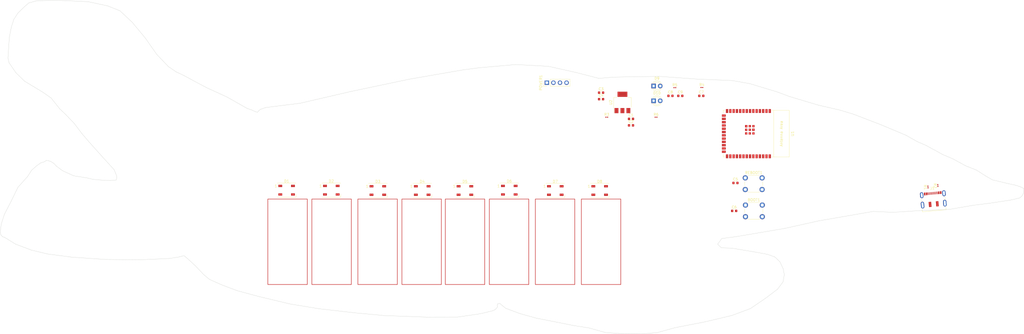
<source format=kicad_pcb>
(kicad_pcb (version 20221018) (generator pcbnew)
  (layers (0 "F.Cu" signal) (31 "B.Cu" signal) (34 "B.Paste" user) (35 "F.Paste" user) (36 "B.SilkS" user "B.Silkscreen") (37 "F.SilkS" user "F.Silkscreen") (38 "B.Mask" user) (39 "F.Mask" user) (44 "Edge.Cuts" user))
  (net 0 "")
  (net 33 "+3V3")
  (net 34 "Net-(D1-DOUT)")
  (net 35 "GND")
  (net 36 "Net-(D2-DOUT)")
  (net 37 "Net-(D3-DOUT)")
  (net 38 "Net-(D4-DOUT)")
  (net 39 "Net-(D5-DOUT)")
  (net 40 "Net-(D6-DOUT)")
  (net 41 "Net-(D7-DOUT)")
  (net 43 "+3.3V")
  (net 44 "USB_D-")
  (net 45 "USB_D+")
  (net 46 "+5V")
  (net 47 "Net-(J1-CC1)")
  (net 49 "Net-(J1-CC2)")
  (net 51 "CHIP_PU")
  (net 52 "GPIO0")
  (net 53 "Net-(D1-DIN)")
  (net 54 "Net-(D9-A)")
  (net 55 "ESP3.3")
  (net 56 "VIN")
  (net 57 "Net-(D10-K)")
  (footprint "LED_SMD:LED_WS2812B_PLCC4_5.0x5.0mm_P3.2mm" (layer "F.Cu") (at 134.71 87.375)
    (fp_text reference "D7" (at 0 -3.5) (layer "F.SilkS"))
    (fp_text value "WS2812B")
    (fp_text user "1" (at -4.15 -1.6) (layer "F.SilkS"))
    (fp_line (start -3.65 -2.75) (end 3.65 -2.75) (stroke (width 0.12)) (layer "F.SilkS"))
    (fp_line (start -3.65 2.75) (end 3.65 2.75) (stroke (width 0.12)) (layer "F.SilkS"))
    (fp_line (start 3.65 2.75) (end 3.65 1.6) (stroke (width 0.12)) (layer "F.SilkS"))
    (pad "1" smd rect (at -2.45 -1.65) (size 1.5 0.9) (layers "F.Cu" "F.Paste" "F.Mask") (net 33 "+3V3"))
    (pad "2" smd rect (at -2.45 1.65) (size 1.5 0.9) (layers "F.Cu" "F.Paste" "F.Mask") (net 41 "Net-(D7-DOUT)"))
    (pad "3" smd rect (at 2.45 1.65) (size 1.5 0.9) (layers "F.Cu" "F.Paste" "F.Mask") (net 35 "GND"))
    (pad "4" smd rect (at 2.45 -1.65) (size 1.5 0.9) (layers "F.Cu" "F.Paste" "F.Mask") (net 40 "Net-(D6-DOUT)"))
  )
  (footprint "Connector_PinHeader_2.54mm:PinHeader_1x04_P2.54mm_Vertical" (layer "F.Cu") (at 131.445 45.72 90)
    (fp_text reference "POWER1" (at 0 -2.33 90) (layer "F.SilkS"))
    (fp_text value "Conn_01x04_Pin")
    (fp_line (start -1.33 -1.33) (end 0 -1.33) (stroke (width 0.12)) (layer "F.SilkS"))
    (fp_line (start -1.33 0) (end -1.33 -1.33) (stroke (width 0.12)) (layer "F.SilkS"))
    (fp_line (start -1.33 1.27) (end -1.33 8.95) (stroke (width 0.12)) (layer "F.SilkS"))
    (fp_line (start -1.33 1.27) (end 1.33 1.27) (stroke (width 0.12)) (layer "F.SilkS"))
    (fp_line (start -1.33 8.95) (end 1.33 8.95) (stroke (width 0.12)) (layer "F.SilkS"))
    (fp_line (start 1.33 1.27) (end 1.33 8.95) (stroke (width 0.12)) (layer "F.SilkS"))
    (pad "1" thru_hole rect (at 0 0 90) (size 1.7 1.7) (drill 1) (layers "*.Cu" "*.Mask") (net 35 "GND"))
    (pad "2" thru_hole oval (at 0 2.54 90) (size 1.7 1.7) (drill 1) (layers "*.Cu" "*.Mask") (net 56 "VIN"))
    (pad "3" thru_hole oval (at 0 5.08 90) (size 1.7 1.7) (drill 1) (layers "*.Cu" "*.Mask") (net 43 "+3.3V"))
    (pad "4" thru_hole oval (at 0 7.62 90) (size 1.7 1.7) (drill 1) (layers "*.Cu" "*.Mask") (net 46 "+5V"))
  )
  (footprint "LED_SMD:LED_WS2812B_PLCC4_5.0x5.0mm_P3.2mm" (layer "F.Cu") (at 83.275 87.375)
    (fp_text reference "D4" (at 0 -3.5) (layer "F.SilkS"))
    (fp_text value "WS2812B")
    (fp_text user "1" (at -4.15 -1.6) (layer "F.SilkS"))
    (fp_line (start -3.65 -2.75) (end 3.65 -2.75) (stroke (width 0.12)) (layer "F.SilkS"))
    (fp_line (start -3.65 2.75) (end 3.65 2.75) (stroke (width 0.12)) (layer "F.SilkS"))
    (fp_line (start 3.65 2.75) (end 3.65 1.6) (stroke (width 0.12)) (layer "F.SilkS"))
    (pad "1" smd rect (at -2.45 -1.65) (size 1.5 0.9) (layers "F.Cu" "F.Paste" "F.Mask") (net 33 "+3V3"))
    (pad "2" smd rect (at -2.45 1.65) (size 1.5 0.9) (layers "F.Cu" "F.Paste" "F.Mask") (net 38 "Net-(D4-DOUT)"))
    (pad "3" smd rect (at 2.45 1.65) (size 1.5 0.9) (layers "F.Cu" "F.Paste" "F.Mask") (net 35 "GND"))
    (pad "4" smd rect (at 2.45 -1.65) (size 1.5 0.9) (layers "F.Cu" "F.Paste" "F.Mask") (net 37 "Net-(D3-DOUT)"))
  )
  (footprint "LED_SMD:LED_WS2812B_PLCC4_5.0x5.0mm_P3.2mm" (layer "F.Cu") (at 116.93 87.25)
    (fp_text reference "D6" (at 0 -3.5) (layer "F.SilkS"))
    (fp_text value "WS2812B")
    (fp_text user "1" (at -4.15 -1.6) (layer "F.SilkS"))
    (fp_line (start -3.65 -2.75) (end 3.65 -2.75) (stroke (width 0.12)) (layer "F.SilkS"))
    (fp_line (start -3.65 2.75) (end 3.65 2.75) (stroke (width 0.12)) (layer "F.SilkS"))
    (fp_line (start 3.65 2.75) (end 3.65 1.6) (stroke (width 0.12)) (layer "F.SilkS"))
    (pad "1" smd rect (at -2.45 -1.65) (size 1.5 0.9) (layers "F.Cu" "F.Paste" "F.Mask") (net 33 "+3V3"))
    (pad "2" smd rect (at -2.45 1.65) (size 1.5 0.9) (layers "F.Cu" "F.Paste" "F.Mask") (net 40 "Net-(D6-DOUT)"))
    (pad "3" smd rect (at 2.45 1.65) (size 1.5 0.9) (layers "F.Cu" "F.Paste" "F.Mask") (net 35 "GND"))
    (pad "4" smd rect (at 2.45 -1.65) (size 1.5 0.9) (layers "F.Cu" "F.Paste" "F.Mask") (net 39 "Net-(D5-DOUT)"))
  )
  (footprint "Resistor_SMD:R_0201_0603Metric" (layer "F.Cu") (at 180.91 47.625)
    (fp_text reference "R5" (at 0 -1.05) (layer "F.SilkS"))
    (fp_text value "0")
    (pad "1" smd roundrect (at -0.32 0) (size 0.46 0.4) (layers "F.Cu" "F.Mask") (net 33 "+3V3"))
    (pad "2" smd roundrect (at 0.32 0) (size 0.46 0.4) (layers "F.Cu" "F.Mask") (net 55 "ESP3.3"))
  )
  (footprint "Resistor_SMD:R_0201_0603Metric" (layer "F.Cu") (at 282.544931 85.433687 95)
    (fp_text reference "R2" (at 0 -1.05 95) (layer "F.SilkS"))
    (fp_text value "5.1K")
    (pad "1" smd roundrect (at -0.32 0 95) (size 0.46 0.4) (layers "F.Cu" "F.Mask") (net 49 "Net-(J1-CC2)"))
    (pad "2" smd roundrect (at 0.32 0 95) (size 0.46 0.4) (layers "F.Cu" "F.Mask") (net 35 "GND"))
  )
  (footprint "Button_Switch_THT:SW_PUSH_6mm" (layer "F.Cu") (at 208.205 93)
    (fp_text reference "BOOT1" (at 3.25 -2) (layer "F.SilkS"))
    (fp_text value "SW_Push")
    (fp_line (start -0.25 1.5) (end -0.25 3) (stroke (width 0.12)) (layer "F.SilkS"))
    (fp_line (start 1 5.5) (end 5.5 5.5) (stroke (width 0.12)) (layer "F.SilkS"))
    (fp_line (start 5.5 -1) (end 1 -1) (stroke (width 0.12)) (layer "F.SilkS"))
    (fp_line (start 6.75 3) (end 6.75 1.5) (stroke (width 0.12)) (layer "F.SilkS"))
    (pad "1" thru_hole circle (at 0 0 90) (size 2 2) (drill 1.1) (layers "*.Cu" "*.Mask") (net 35 "GND"))
    (pad "1" thru_hole circle (at 6.5 0 90) (size 2 2) (drill 1.1) (layers "*.Cu" "*.Mask") (net 35 "GND"))
    (pad "2" thru_hole circle (at 0 4.5 90) (size 2 2) (drill 1.1) (layers "*.Cu" "*.Mask") (net 52 "GPIO0"))
    (pad "2" thru_hole circle (at 6.5 4.5 90) (size 2 2) (drill 1.1) (layers "*.Cu" "*.Mask") (net 52 "GPIO0"))
  )
  (footprint "Capacitor_SMD:C_0603_1608Metric" (layer "F.Cu") (at 204.33 84.455)
    (fp_text reference "C5" (at 0 -1.43) (layer "F.SilkS"))
    (fp_text value "0.1uF")
    (fp_line (start -0.14058 -0.51) (end 0.14058 -0.51) (stroke (width 0.12)) (layer "F.SilkS"))
    (fp_line (start -0.14058 0.51) (end 0.14058 0.51) (stroke (width 0.12)) (layer "F.SilkS"))
    (pad "1" smd roundrect (at -0.775 0) (size 0.9 0.95) (layers "F.Cu" "F.Paste" "F.Mask") (net 35 "GND"))
    (pad "2" smd roundrect (at 0.775 0) (size 0.9 0.95) (layers "F.Cu" "F.Paste" "F.Mask") (net 51 "CHIP_PU"))
  )
  (footprint "Package_TO_SOT_SMD:SOT-223-3_TabPin2" (layer "F.Cu") (at 160.655 53.34 90)
    (fp_text reference "U2" (at 0 -4.5 90) (layer "F.SilkS"))
    (fp_text value "AMS1117-3.3")
    (fp_line (start -4.1 -3.41) (end 1.91 -3.41) (stroke (width 0.12)) (layer "F.SilkS"))
    (fp_line (start -1.85 3.41) (end 1.91 3.41) (stroke (width 0.12)) (layer "F.SilkS"))
    (fp_line (start 1.91 -3.41) (end 1.91 -2.15) (stroke (width 0.12)) (layer "F.SilkS"))
    (fp_line (start 1.91 3.41) (end 1.91 2.15) (stroke (width 0.12)) (layer "F.SilkS"))
    (pad "1" smd rect (at -3.15 -2.3 90) (size 2 1.5) (layers "F.Cu" "F.Paste" "F.Mask") (net 35 "GND"))
    (pad "2" smd rect (at -3.15 0 90) (size 2 1.5) (layers "F.Cu" "F.Paste" "F.Mask") (net 43 "+3.3V"))
    (pad "2" smd rect (at 3.15 0 90) (size 2 3.8) (layers "F.Cu" "F.Paste" "F.Mask") (net 43 "+3.3V"))
    (pad "3" smd rect (at -3.15 2.3 90) (size 2 1.5) (layers "F.Cu" "F.Paste" "F.Mask") (net 56 "VIN"))
  )
  (footprint "Button_Switch_THT:SW_PUSH_6mm" (layer "F.Cu") (at 208.13 82.495)
    (fp_text reference "REBOOT1" (at 3.25 -2) (layer "F.SilkS"))
    (fp_text value "SW_Push")
    (fp_line (start -0.25 1.5) (end -0.25 3) (stroke (width 0.12)) (layer "F.SilkS"))
    (fp_line (start 1 5.5) (end 5.5 5.5) (stroke (width 0.12)) (layer "F.SilkS"))
    (fp_line (start 5.5 -1) (end 1 -1) (stroke (width 0.12)) (layer "F.SilkS"))
    (fp_line (start 6.75 3) (end 6.75 1.5) (stroke (width 0.12)) (layer "F.SilkS"))
    (pad "1" thru_hole circle (at 0 0 90) (size 2 2) (drill 1.1) (layers "*.Cu" "*.Mask") (net 35 "GND"))
    (pad "1" thru_hole circle (at 6.5 0 90) (size 2 2) (drill 1.1) (layers "*.Cu" "*.Mask") (net 35 "GND"))
    (pad "2" thru_hole circle (at 0 4.5 90) (size 2 2) (drill 1.1) (layers "*.Cu" "*.Mask") (net 51 "CHIP_PU"))
    (pad "2" thru_hole circle (at 6.5 4.5 90) (size 2 2) (drill 1.1) (layers "*.Cu" "*.Mask") (net 51 "CHIP_PU"))
  )
  (footprint "LED_SMD:LED_WS2812B_PLCC4_5.0x5.0mm_P3.2mm" (layer "F.Cu") (at 30.877 87.25)
    (fp_text reference "D1" (at 0 -3.5) (layer "F.SilkS"))
    (fp_text value "WS2812B")
    (fp_text user "1" (at -4.15 -1.6) (layer "F.SilkS"))
    (fp_line (start -3.65 -2.75) (end 3.65 -2.75) (stroke (width 0.12)) (layer "F.SilkS"))
    (fp_line (start -3.65 2.75) (end 3.65 2.75) (stroke (width 0.12)) (layer "F.SilkS"))
    (fp_line (start 3.65 2.75) (end 3.65 1.6) (stroke (width 0.12)) (layer "F.SilkS"))
    (pad "1" smd rect (at -2.45 -1.65) (size 1.5 0.9) (layers "F.Cu" "F.Paste" "F.Mask") (net 33 "+3V3"))
    (pad "2" smd rect (at -2.45 1.65) (size 1.5 0.9) (layers "F.Cu" "F.Paste" "F.Mask") (net 34 "Net-(D1-DOUT)"))
    (pad "3" smd rect (at 2.45 1.65) (size 1.5 0.9) (layers "F.Cu" "F.Paste" "F.Mask") (net 35 "GND"))
    (pad "4" smd rect (at 2.45 -1.65) (size 1.5 0.9) (layers "F.Cu" "F.Paste" "F.Mask") (net 53 "Net-(D1-DIN)"))
  )
  (footprint "LED_SMD:LED_WS2812B_PLCC4_5.0x5.0mm_P3.2mm" (layer "F.Cu") (at 48.149 87.25)
    (fp_text reference "D2" (at 0 -3.5) (layer "F.SilkS"))
    (fp_text value "WS2812B")
    (fp_text user "1" (at -4.15 -1.6) (layer "F.SilkS"))
    (fp_line (start -3.65 -2.75) (end 3.65 -2.75) (stroke (width 0.12)) (layer "F.SilkS"))
    (fp_line (start -3.65 2.75) (end 3.65 2.75) (stroke (width 0.12)) (layer "F.SilkS"))
    (fp_line (start 3.65 2.75) (end 3.65 1.6) (stroke (width 0.12)) (layer "F.SilkS"))
    (pad "1" smd rect (at -2.45 -1.65) (size 1.5 0.9) (layers "F.Cu" "F.Paste" "F.Mask") (net 33 "+3V3"))
    (pad "2" smd rect (at -2.45 1.65) (size 1.5 0.9) (layers "F.Cu" "F.Paste" "F.Mask") (net 36 "Net-(D2-DOUT)"))
    (pad "3" smd rect (at 2.45 1.65) (size 1.5 0.9) (layers "F.Cu" "F.Paste" "F.Mask") (net 35 "GND"))
    (pad "4" smd rect (at 2.45 -1.65) (size 1.5 0.9) (layers "F.Cu" "F.Paste" "F.Mask") (net 34 "Net-(D1-DOUT)"))
  )
  (footprint "Capacitor_SMD:C_0603_1608Metric" (layer "F.Cu") (at 179.21 50.8)
    (fp_text reference "C8" (at 0 -1.43) (layer "F.SilkS"))
    (fp_text value "10uF")
    (fp_line (start -0.14058 -0.51) (end 0.14058 -0.51) (stroke (width 0.12)) (layer "F.SilkS"))
    (fp_line (start -0.14058 0.51) (end 0.14058 0.51) (stroke (width 0.12)) (layer "F.SilkS"))
    (pad "1" smd roundrect (at -0.775 0) (size 0.9 0.95) (layers "F.Cu" "F.Paste" "F.Mask") (net 33 "+3V3"))
    (pad "2" smd roundrect (at 0.775 0) (size 0.9 0.95) (layers "F.Cu" "F.Paste" "F.Mask") (net 35 "GND"))
  )
  (footprint "LED_SMD:LED_WS2812B_PLCC4_5.0x5.0mm_P3.2mm" (layer "F.Cu") (at 99.785 87.375)
    (fp_text reference "D5" (at 0 -3.5) (layer "F.SilkS"))
    (fp_text value "WS2812B")
    (fp_text user "1" (at -4.15 -1.6) (layer "F.SilkS"))
    (fp_line (start -3.65 -2.75) (end 3.65 -2.75) (stroke (width 0.12)) (layer "F.SilkS"))
    (fp_line (start -3.65 2.75) (end 3.65 2.75) (stroke (width 0.12)) (layer "F.SilkS"))
    (fp_line (start 3.65 2.75) (end 3.65 1.6) (stroke (width 0.12)) (layer "F.SilkS"))
    (pad "1" smd rect (at -2.45 -1.65) (size 1.5 0.9) (layers "F.Cu" "F.Paste" "F.Mask") (net 33 "+3V3"))
    (pad "2" smd rect (at -2.45 1.65) (size 1.5 0.9) (layers "F.Cu" "F.Paste" "F.Mask") (net 39 "Net-(D5-DOUT)"))
    (pad "3" smd rect (at 2.45 1.65) (size 1.5 0.9) (layers "F.Cu" "F.Paste" "F.Mask") (net 35 "GND"))
    (pad "4" smd rect (at 2.45 -1.65) (size 1.5 0.9) (layers "F.Cu" "F.Paste" "F.Mask") (net 38 "Net-(D4-DOUT)"))
  )
  (footprint "Resistor_SMD:R_0201_0603Metric" (layer "F.Cu") (at 278.734931 86.016313 95)
    (fp_text reference "R1" (at 0 -1.05 95) (layer "F.SilkS"))
    (fp_text value "5.1K")
    (pad "1" smd roundrect (at -0.32 0 95) (size 0.46 0.4) (layers "F.Cu" "F.Mask") (net 47 "Net-(J1-CC1)"))
    (pad "2" smd roundrect (at 0.32 0 95) (size 0.46 0.4) (layers "F.Cu" "F.Mask") (net 35 "GND"))
  )
  (footprint "Capacitor_SMD:C_0603_1608Metric" (layer "F.Cu") (at 152.4 52.07)
    (fp_text reference "C4" (at 0 -1.43) (layer "F.SilkS"))
    (fp_text value "0.1uF")
    (fp_line (start -0.14058 -0.51) (end 0.14058 -0.51) (stroke (width 0.12)) (layer "F.SilkS"))
    (fp_line (start -0.14058 0.51) (end 0.14058 0.51) (stroke (width 0.12)) (layer "F.SilkS"))
    (pad "1" smd roundrect (at -0.775 0) (size 0.9 0.95) (layers "F.Cu" "F.Paste" "F.Mask") (net 43 "+3.3V"))
    (pad "2" smd roundrect (at 0.775 0) (size 0.9 0.95) (layers "F.Cu" "F.Paste" "F.Mask") (net 35 "GND"))
  )
  (footprint "Resistor_SMD:R_0201_0603Metric" (layer "F.Cu") (at 154.595 59.055)
    (fp_text reference "R3" (at 0 -1.05) (layer "F.SilkS"))
    (fp_text value "5.1K")
    (pad "1" smd roundrect (at -0.32 0) (size 0.46 0.4) (layers "F.Cu" "F.Mask") (net 43 "+3.3V"))
    (pad "2" smd roundrect (at 0.32 0) (size 0.46 0.4) (layers "F.Cu" "F.Mask") (net 54 "Net-(D9-A)"))
  )
  (footprint "LED_THT:LED_D3.0mm" (layer "F.Cu") (at 172.715 46.99)
    (fp_text reference "D9" (at 1.27 -2.96) (layer "F.SilkS"))
    (fp_text value "LED")
    (fp_line (start -0.29 -1.236) (end -0.29 -1.08) (stroke (width 0.12)) (layer "F.SilkS"))
    (fp_line (start -0.29 1.08) (end -0.29 1.236) (stroke (width 0.12)) (layer "F.SilkS"))
    (fp_arc (start -0.29 -1.235516) (mid 1.366487 -1.987659) (end 2.942335 -1.078608) (stroke (width 0.12)) (layer "F.SilkS"))
    (fp_arc (start 0.229039 -1.08) (mid 1.270117 -1.5) (end 2.31113 -1.079837) (stroke (width 0.12)) (layer "F.SilkS"))
    (fp_arc (start 2.31113 1.079837) (mid 1.270117 1.5) (end 0.229039 1.08) (stroke (width 0.12)) (layer "F.SilkS"))
    (fp_arc (start 2.942335 1.078608) (mid 1.366487 1.987659) (end -0.29 1.235516) (stroke (width 0.12)) (layer "F.SilkS"))
    (pad "1" thru_hole rect (at 0 0) (size 1.8 1.8) (drill 0.9) (layers "*.Cu" "*.Mask") (net 35 "GND"))
    (pad "2" thru_hole circle (at 2.54 0) (size 1.8 1.8) (drill 0.9) (layers "*.Cu" "*.Mask") (net 54 "Net-(D9-A)"))
  )
  (footprint "Resistor_SMD:R_0201_0603Metric" (layer "F.Cu") (at 191.35 47.565)
    (fp_text reference "R4" (at 0 -1.05) (layer "F.SilkS"))
    (fp_text value "5.1K")
    (pad "1" smd roundrect (at -0.32 0) (size 0.46 0.4) (layers "F.Cu" "F.Mask") (net 51 "CHIP_PU"))
    (pad "2" smd roundrect (at 0.32 0) (size 0.46 0.4) (layers "F.Cu" "F.Mask") (net 55 "ESP3.3"))
  )
  (footprint "PCM_Espressif:ESP32-S3-WROOM-1" (layer "F.Cu") (at 209.34 65.405 -90)
    (fp_text reference "U1" (at 0 -17.05 90) (layer "F.SilkS"))
    (fp_text value "ESP32-S3-WROOM-1")
    (fp_text user "Antenna Area" (at 0 -12.75 90) (layer "F.SilkS"))
    (fp_line (start -9 -15.75) (end -9 -9) (stroke (width 0.12)) (layer "F.SilkS"))
    (fp_line (start -9 -15.75) (end 9 -15.75) (stroke (width 0.12)) (layer "F.SilkS"))
    (fp_line (start -9 9) (end -9 9.75) (stroke (width 0.12)) (layer "F.SilkS"))
    (fp_line (start -9 9.75) (end -8 9.75) (stroke (width 0.12)) (layer "F.SilkS"))
    (fp_line (start 9 -15.75) (end 9 -9) (stroke (width 0.12)) (layer "F.SilkS"))
    (fp_line (start 9 -9.81) (end -9 -9.81) (stroke (width 0.12)) (layer "F.SilkS"))
    (fp_line (start 9 9) (end 9 9.75) (stroke (width 0.12)) (layer "F.SilkS"))
    (fp_line (start 9 9.75) (end 8 9.75) (stroke (width 0.12)) (layer "F.SilkS"))
    (pad "1" smd rect (at -8.75 -8.26 270) (size 1.5 0.9) (layers "F.Cu" "F.Paste" "F.Mask") (net 35 "GND"))
    (pad "2" smd rect (at -8.75 -6.99 270) (size 1.5 0.9) (layers "F.Cu" "F.Paste" "F.Mask") (net 55 "ESP3.3"))
    (pad "3" smd rect (at -8.75 -5.72 270) (size 1.5 0.9) (layers "F.Cu" "F.Paste" "F.Mask") (net 51 "CHIP_PU"))
    (pad "4" smd rect (at -8.75 -4.45 270) (size 1.5 0.9) (layers "F.Cu" "F.Paste" "F.Mask"))
    (pad "5" smd rect (at -8.75 -3.18 270) (size 1.5 0.9) (layers "F.Cu" "F.Paste" "F.Mask"))
    (pad "6" smd rect (at -8.75 -1.91 270) (size 1.5 0.9) (layers "F.Cu" "F.Paste" "F.Mask"))
    (pad "7" smd rect (at -8.75 -0.64 270) (size 1.5 0.9) (layers "F.Cu" "F.Paste" "F.Mask"))
    (pad "8" smd rect (at -8.75 0.63 270) (size 1.5 0.9) (layers "F.Cu" "F.Paste" "F.Mask"))
    (pad "9" smd rect (at -8.75 1.9 270) (size 1.5 0.9) (layers "F.Cu" "F.Paste" "F.Mask"))
    (pad "10" smd rect (at -8.75 3.17 270) (size 1.5 0.9) (layers "F.Cu" "F.Paste" "F.Mask"))
    (pad "11" smd rect (at -8.75 4.44 270) (size 1.5 0.9) (layers "F.Cu" "F.Paste" "F.Mask"))
    (pad "12" smd rect (at -8.75 5.71 270) (size 1.5 0.9) (layers "F.Cu" "F.Paste" "F.Mask"))
    (pad "13" smd rect (at -8.75 6.98 270) (size 1.5 0.9) (layers "F.Cu" "F.Paste" "F.Mask") (net 44 "USB_D-"))
    (pad "14" smd rect (at -8.75 8.25 270) (size 1.5 0.9) (layers "F.Cu" "F.Paste" "F.Mask") (net 45 "USB_D+"))
    (pad "15" smd rect (at -6.985 9.5) (size 1.5 0.9) (layers "F.Cu" "F.Paste" "F.Mask"))
    (pad "16" smd rect (at -5.715 9.5) (size 1.5 0.9) (layers "F.Cu" "F.Paste" "F.Mask"))
    (pad "17" smd rect (at -4.445 9.5) (size 1.5 0.9) (layers "F.Cu" "F.Paste" "F.Mask"))
    (pad "18" smd rect (at -3.175 9.5) (size 1.5 0.9) (layers "F.Cu" "F.Paste" "F.Mask"))
    (pad "19" smd rect (at -1.905 9.5) (size 1.5 0.9) (layers "F.Cu" "F.Paste" "F.Mask"))
    (pad "20" smd rect (at -0.635 9.5) (size 1.5 0.9) (layers "F.Cu" "F.Paste" "F.Mask"))
    (pad "21" smd rect (at 0.635 9.5) (size 1.5 0.9) (layers "F.Cu" "F.Paste" "F.Mask"))
    (pad "22" smd rect (at 1.905 9.5) (size 1.5 0.9) (layers "F.Cu" "F.Paste" "F.Mask"))
    (pad "23" smd rect (at 3.175 9.5) (size 1.5 0.9) (layers "F.Cu" "F.Paste" "F.Mask"))
    (pad "24" smd rect (at 4.445 9.5) (size 1.5 0.9) (layers "F.Cu" "F.Paste" "F.Mask"))
    (pad "25" smd rect (at 5.715 9.5) (size 1.5 0.9) (layers "F.Cu" "F.Paste" "F.Mask"))
    (pad "26" smd rect (at 6.985 9.5) (size 1.5 0.9) (layers "F.Cu" "F.Paste" "F.Mask"))
    (pad "27" smd rect (at 8.75 8.25 90) (size 1.5 0.9) (layers "F.Cu" "F.Paste" "F.Mask") (net 52 "GPIO0"))
    (pad "28" smd rect (at 8.75 6.98 90) (size 1.5 0.9) (layers "F.Cu" "F.Paste" "F.Mask"))
    (pad "29" smd rect (at 8.75 5.71 90) (size 1.5 0.9) (layers "F.Cu" "F.Paste" "F.Mask"))
    (pad "30" smd rect (at 8.75 4.44 90) (size 1.5 0.9) (layers "F.Cu" "F.Paste" "F.Mask"))
    (pad "31" smd rect (at 8.75 3.17 90) (size 1.5 0.9) (layers "F.Cu" "F.Paste" "F.Mask"))
    (pad "32" smd rect (at 8.75 1.9 90) (size 1.5 0.9) (layers "F.Cu" "F.Paste" "F.Mask"))
    (pad "33" smd rect (at 8.75 0.63 90) (size 1.5 0.9) (layers "F.Cu" "F.Paste" "F.Mask"))
    (pad "34" smd rect (at 8.75 -0.64 90) (size 1.5 0.9) (layers "F.Cu" "F.Paste" "F.Mask"))
    (pad "35" smd rect (at 8.75 -1.91 90) (size 1.5 0.9) (layers "F.Cu" "F.Paste" "F.Mask"))
    (pad "36" smd rect (at 8.75 -3.18 90) (size 1.5 0.9) (layers "F.Cu" "F.Paste" "F.Mask"))
    (pad "37" smd rect (at 8.75 -4.45 90) (size 1.5 0.9) (layers "F.Cu" "F.Paste" "F.Mask"))
    (pad "38" smd rect (at 8.75 -5.72 90) (size 1.5 0.9) (layers "F.Cu" "F.Paste" "F.Mask"))
    (pad "39" smd rect (at 8.75 -6.99 90) (size 1.5 0.9) (layers "F.Cu" "F.Paste" "F.Mask") (net 53 "Net-(D1-DIN)"))
    (pad "40" smd rect (at 8.75 -8.26 90) (size 1.5 0.9) (layers "F.Cu" "F.Paste" "F.Mask") (net 35 "GND"))
    (pad "41" smd rect (at -2.9 -1.94 90) (size 0.9 0.9) (layers "F.Cu" "F.Paste" "F.Mask") (net 35 "GND"))
    (pad "41" smd rect (at -2.9 -0.54 90) (size 0.9 0.9) (layers "F.Cu" "F.Paste" "F.Mask") (net 35 "GND"))
    (pad "41" smd rect (at -2.9 0.86 90) (size 0.9 0.9) (layers "F.Cu" "F.Paste" "F.Mask") (net 35 "GND"))
    (pad "41" smd rect (at -2.9 0.86 90) (size 0.9 0.9) (layers "F.Cu" "F.Paste" "F.Mask") (net 35 "GND"))
    (pad "41" smd rect (at -1.5 -1.94 90) (size 0.9 0.9) (layers "F.Cu" "F.Paste" "F.Mask") (net 35 "GND"))
    (pad "41" smd rect (at -1.5 -1.94 90) (size 0.9 0.9) (layers "F.Cu" "F.Paste" "F.Mask") (net 35 "GND"))
    (pad "41" smd rect (at -1.5 -0.54 90) (size 0.9 0.9) (layers "F.Cu" "F.Paste" "F.Mask") (net 35 "GND"))
    (pad "41" smd rect (at -1.5 0.86 90) (size 0.9 0.9) (layers "F.Cu" "F.Paste" "F.Mask") (net 35 "GND"))
    (pad "41" smd rect (at -0.1 -1.94 90) (size 0.9 0.9) (layers "F.Cu" "F.Paste" "F.Mask") (net 35 "GND"))
    (pad "41" smd rect (at -0.1 -0.54 90) (size 0.9 0.9) (layers "F.Cu" "F.Paste" "F.Mask") (net 35 "GND"))
    (pad "41" smd rect (at -0.1 0.86 90) (size 0.9 0.9) (layers "F.Cu" "F.Paste" "F.Mask") (net 35 "GND"))
  )
  (footprint "LED_SMD:LED_WS2812B_PLCC4_5.0x5.0mm_P3.2mm" (layer "F.Cu") (at 151.855 87.375)
    (fp_text reference "D8" (at 0 -3.5) (layer "F.SilkS"))
    (fp_text value "WS2812B")
    (fp_text user "1" (at -4.15 -1.6) (layer "F.SilkS"))
    (fp_line (start -3.65 -2.75) (end 3.65 -2.75) (stroke (width 0.12)) (layer "F.SilkS"))
    (fp_line (start -3.65 2.75) (end 3.65 2.75) (stroke (width 0.12)) (layer "F.SilkS"))
    (fp_line (start 3.65 2.75) (end 3.65 1.6) (stroke (width 0.12)) (layer "F.SilkS"))
    (pad "1" smd rect (at -2.45 -1.65) (size 1.5 0.9) (layers "F.Cu" "F.Paste" "F.Mask") (net 33 "+3V3"))
    (pad "2" smd rect (at -2.45 1.65) (size 1.5 0.9) (layers "F.Cu" "F.Paste" "F.Mask"))
    (pad "3" smd rect (at 2.45 1.65) (size 1.5 0.9) (layers "F.Cu" "F.Paste" "F.Mask") (net 35 "GND"))
    (pad "4" smd rect (at 2.45 -1.65) (size 1.5 0.9) (layers "F.Cu" "F.Paste" "F.Mask") (net 41 "Net-(D7-DOUT)"))
  )
  (footprint "Capacitor_SMD:C_0603_1608Metric" (layer "F.Cu") (at 183.02 50.8)
    (fp_text reference "C9" (at 0 -1.43) (layer "F.SilkS"))
    (fp_text value "0.1uF")
    (fp_line (start -0.14058 -0.51) (end 0.14058 -0.51) (stroke (width 0.12)) (layer "F.SilkS"))
    (fp_line (start -0.14058 0.51) (end 0.14058 0.51) (stroke (width 0.12)) (layer "F.SilkS"))
    (pad "1" smd roundrect (at -0.775 0) (size 0.9 0.95) (layers "F.Cu" "F.Paste" "F.Mask") (net 33 "+3V3"))
    (pad "2" smd roundrect (at 0.775 0) (size 0.9 0.95) (layers "F.Cu" "F.Paste" "F.Mask") (net 35 "GND"))
  )
  (footprint "Capacitor_SMD:C_0603_1608Metric" (layer "F.Cu") (at 152.4 49.56)
    (fp_text reference "C3" (at 0 -1.43) (layer "F.SilkS"))
    (fp_text value "10uF")
    (fp_line (start -0.14058 -0.51) (end 0.14058 -0.51) (stroke (width 0.12)) (layer "F.SilkS"))
    (fp_line (start -0.14058 0.51) (end 0.14058 0.51) (stroke (width 0.12)) (layer "F.SilkS"))
    (pad "1" smd roundrect (at -0.775 0) (size 0.9 0.95) (layers "F.Cu" "F.Paste" "F.Mask") (net 43 "+3.3V"))
    (pad "2" smd roundrect (at 0.775 0) (size 0.9 0.95) (layers "F.Cu" "F.Paste" "F.Mask") (net 35 "GND"))
  )
  (footprint "LED_SMD:LED_WS2812B_PLCC4_5.0x5.0mm_P3.2mm" (layer "F.Cu") (at 66.13 87.375)
    (fp_text reference "D3" (at 0 -3.5) (layer "F.SilkS"))
    (fp_text value "WS2812B")
    (fp_text user "1" (at -4.15 -1.6) (layer "F.SilkS"))
    (fp_line (start -3.65 -2.75) (end 3.65 -2.75) (stroke (width 0.12)) (layer "F.SilkS"))
    (fp_line (start -3.65 2.75) (end 3.65 2.75) (stroke (width 0.12)) (layer "F.SilkS"))
    (fp_line (start 3.65 2.75) (end 3.65 1.6) (stroke (width 0.12)) (layer "F.SilkS"))
    (pad "1" smd rect (at -2.45 -1.65) (size 1.5 0.9) (layers "F.Cu" "F.Paste" "F.Mask") (net 33 "+3V3"))
    (pad "2" smd rect (at -2.45 1.65) (size 1.5 0.9) (layers "F.Cu" "F.Paste" "F.Mask") (net 37 "Net-(D3-DOUT)"))
    (pad "3" smd rect (at 2.45 1.65) (size 1.5 0.9) (layers "F.Cu" "F.Paste" "F.Mask") (net 35 "GND"))
    (pad "4" smd rect (at 2.45 -1.65) (size 1.5 0.9) (layers "F.Cu" "F.Paste" "F.Mask") (net 36 "Net-(D2-DOUT)"))
  )
  (footprint "Capacitor_SMD:C_0603_1608Metric" (layer "F.Cu") (at 163.97 59.69)
    (fp_text reference "C1" (at 0 -1.43) (layer "F.SilkS"))
    (fp_text value "10uF")
    (fp_line (start -0.14058 -0.51) (end 0.14058 -0.51) (stroke (width 0.12)) (layer "F.SilkS"))
    (fp_line (start -0.14058 0.51) (end 0.14058 0.51) (stroke (width 0.12)) (layer "F.SilkS"))
    (pad "1" smd roundrect (at -0.775 0) (size 0.9 0.95) (layers "F.Cu" "F.Paste" "F.Mask") (net 56 "VIN"))
    (pad "2" smd roundrect (at 0.775 0) (size 0.9 0.95) (layers "F.Cu" "F.Paste" "F.Mask") (net 35 "GND"))
  )
  (footprint "Capacitor_SMD:C_0603_1608Metric" (layer "F.Cu") (at 203.835 95.25)
    (fp_text reference "C6" (at 0 -1.43) (layer "F.SilkS"))
    (fp_text value "0.1uF")
    (fp_line (start -0.14058 -0.51) (end 0.14058 -0.51) (stroke (width 0.12)) (layer "F.SilkS"))
    (fp_line (start -0.14058 0.51) (end 0.14058 0.51) (stroke (width 0.12)) (layer "F.SilkS"))
    (pad "1" smd roundrect (at -0.775 0) (size 0.9 0.95) (layers "F.Cu" "F.Paste" "F.Mask") (net 35 "GND"))
    (pad "2" smd roundrect (at 0.775 0) (size 0.9 0.95) (layers "F.Cu" "F.Paste" "F.Mask") (net 52 "GPIO0"))
  )
  (footprint "Capacitor_SMD:C_0603_1608Metric" (layer "F.Cu") (at 191.135 50.8)
    (fp_text reference "C7" (at 0 -1.43) (layer "F.SilkS"))
    (fp_text value "1uF")
    (fp_line (start -0.14058 -0.51) (end 0.14058 -0.51) (stroke (width 0.12)) (layer "F.SilkS"))
    (fp_line (start -0.14058 0.51) (end 0.14058 0.51) (stroke (width 0.12)) (layer "F.SilkS"))
    (pad "1" smd roundrect (at -0.775 0) (size 0.9 0.95) (layers "F.Cu" "F.Paste" "F.Mask") (net 51 "CHIP_PU"))
    (pad "2" smd roundrect (at 0.775 0) (size 0.9 0.95) (layers "F.Cu" "F.Paste" "F.Mask") (net 35 "GND"))
  )
  (footprint "LED_THT:LED_D3.0mm" (layer "F.Cu") (at 172.715 52.705)
    (fp_text reference "D10" (at 1.27 -2.96) (layer "F.SilkS"))
    (fp_text value "LED")
    (fp_line (start -0.29 -1.236) (end -0.29 -1.08) (stroke (width 0.12)) (layer "F.SilkS"))
    (fp_line (start -0.29 1.08) (end -0.29 1.236) (stroke (width 0.12)) (layer "F.SilkS"))
    (fp_arc (start -0.29 -1.235516) (mid 1.366487 -1.987659) (end 2.942335 -1.078608) (stroke (width 0.12)) (layer "F.SilkS"))
    (fp_arc (start 0.229039 -1.08) (mid 1.270117 -1.5) (end 2.31113 -1.079837) (stroke (width 0.12)) (layer "F.SilkS"))
    (fp_arc (start 2.31113 1.079837) (mid 1.270117 1.5) (end 0.229039 1.08) (stroke (width 0.12)) (layer "F.SilkS"))
    (fp_arc (start 2.942335 1.078608) (mid 1.366487 1.987659) (end -0.29 1.235516) (stroke (width 0.12)) (layer "F.SilkS"))
    (pad "1" thru_hole rect (at 0 0) (size 1.8 1.8) (drill 0.9) (layers "*.Cu" "*.Mask") (net 57 "Net-(D10-K)"))
    (pad "2" thru_hole circle (at 2.54 0) (size 1.8 1.8) (drill 0.9) (layers "*.Cu" "*.Mask") (net 46 "+5V"))
  )
  (footprint "Capacitor_SMD:C_0603_1608Metric" (layer "F.Cu") (at 163.97 62.2)
    (fp_text reference "C2" (at 0 -1.43) (layer "F.SilkS"))
    (fp_text value "0.1uF")
    (fp_line (start -0.14058 -0.51) (end 0.14058 -0.51) (stroke (width 0.12)) (layer "F.SilkS"))
    (fp_line (start -0.14058 0.51) (end 0.14058 0.51) (stroke (width 0.12)) (layer "F.SilkS"))
    (pad "1" smd roundrect (at -0.775 0) (size 0.9 0.95) (layers "F.Cu" "F.Paste" "F.Mask") (net 56 "VIN"))
    (pad "2" smd roundrect (at 0.775 0) (size 0.9 0.95) (layers "F.Cu" "F.Paste" "F.Mask") (net 35 "GND"))
  )
  (footprint "Connector_USB:USB_C_Receptacle_JAE_DX07S016JA1R1500" (layer "F.Cu") (at 280.845 91.485 5)
    (fp_text reference "J1" (at 0 -5 5) (layer "F.SilkS"))
    (fp_text value "USB_C_Receptacle_USB2.0")
    (fp_line (start -4.58 -1.215) (end -4.58 -0.36) (stroke (width 0.12)) (layer "F.SilkS"))
    (fp_line (start -4.58 2.76) (end -4.58 3.71) (stroke (width 0.12)) (layer "F.SilkS"))
    (fp_line (start -4.58 3.71) (end 4.58 3.71) (stroke (width 0.12)) (layer "F.SilkS"))
    (fp_line (start 4.58 -1.215) (end 4.58 -0.36) (stroke (width 0.12)) (layer "F.SilkS"))
    (fp_line (start 4.58 2.76) (end 4.58 3.71) (stroke (width 0.12)) (layer "F.SilkS"))
    (pad "" np_thru_hole circle (at -3 -1.95 5) (size 0.6 0.6) (drill 0.6) (layers "F&B.Cu" "*.Mask"))
    (pad "" smd rect (at -1.4 1.15 5) (size 1 2) (layers "F.Cu" "F.Paste" "F.Mask"))
    (pad "" smd rect (at 1.4 1.15 5) (size 1 2) (layers "F.Cu" "F.Paste" "F.Mask"))
    (pad "" np_thru_hole oval (at 3 -1.95 5) (size 0.85 0.6) (drill oval 0.85 0.6) (layers "F&B.Cu" "*.Mask"))
    (pad "A1" smd rect (at -3.1 -3.05 5) (size 0.52 1) (layers "F.Cu" "F.Paste" "F.Mask") (net 35 "GND"))
    (pad "A4" smd rect (at -2.35 -3.05 5) (size 0.52 1) (layers "F.Cu" "F.Paste" "F.Mask") (net 46 "+5V"))
    (pad "A5" smd rect (at -1.75 -3.05 5) (size 0.27 1) (layers "F.Cu" "F.Paste" "F.Mask") (net 47 "Net-(J1-CC1)"))
    (pad "A6" smd rect (at -0.25 -3.05 5) (size 0.27 1) (layers "F.Cu" "F.Paste" "F.Mask") (net 45 "USB_D+"))
    (pad "A7" smd rect (at 0.75 -3.05 5) (size 0.27 1) (layers "F.Cu" "F.Paste" "F.Mask") (net 44 "USB_D-"))
    (pad "A8" smd rect (at 1.75 -3.05 5) (size 0.27 1) (layers "F.Cu" "F.Paste" "F.Mask"))
    (pad "A9" smd rect (at 2.35 -3.05 5) (size 0.52 1) (layers "F.Cu" "F.Paste" "F.Mask") (net 46 "+5V"))
    (pad "A12" smd rect (at 3.1 -3.05 5) (size 0.52 1) (layers "F.Cu" "F.Paste" "F.Mask") (net 35 "GND"))
    (pad "B1" smd rect (at 3.1 -3.05 5) (size 0.52 1) (layers "F.Cu" "F.Paste" "F.Mask") (net 35 "GND"))
    (pad "B4" smd rect (at 2.35 -3.05 5) (size 0.52 1) (layers "F.Cu" "F.Paste" "F.Mask") (net 46 "+5V"))
    (pad "B5" smd rect (at 1.25 -3.05 5) (size 0.27 1) (layers "F.Cu" "F.Paste" "F.Mask") (net 49 "Net-(J1-CC2)"))
    (pad "B6" smd rect (at 0.25 -3.05 5) (size 0.27 1) (layers "F.Cu" "F.Paste" "F.Mask") (net 45 "USB_D+"))
    (pad "B7" smd rect (at -0.75 -3.05 5) (size 0.27 1) (layers "F.Cu" "F.Paste" "F.Mask") (net 44 "USB_D-"))
    (pad "B8" smd rect (at -1.25 -3.05 5) (size 0.27 1) (layers "F.Cu" "F.Paste" "F.Mask"))
    (pad "B9" smd rect (at -2.35 -3.05 5) (size 0.52 1) (layers "F.Cu" "F.Paste" "F.Mask") (net 46 "+5V"))
    (pad "B12" smd rect (at -3.1 -3.05 5) (size 0.52 1) (layers "F.Cu" "F.Paste" "F.Mask") (net 35 "GND"))
    (pad "S1" thru_hole oval (at -4.32 -2.675 5) (size 1.3 2.3) (drill oval 0.6 1.6) (layers "*.Cu" "*.Mask") (net 35 "GND"))
    (pad "S1" thru_hole oval (at -4.32 1.15 5) (size 1.3 2.6) (drill oval 0.6 1.9) (layers "*.Cu" "*.Mask") (net 35 "GND"))
    (pad "S1" thru_hole oval (at 4.32 -2.675 5) (size 1.3 2.3) (drill oval 0.6 1.6) (layers "*.Cu" "*.Mask") (net 35 "GND"))
    (pad "S1" thru_hole oval (at 4.32 1.15 5) (size 1.3 2.6) (drill oval 0.6 1.9) (layers "*.Cu" "*.Mask") (net 35 "GND"))
  )
  (footprint "Resistor_SMD:R_0201_0603Metric" (layer "F.Cu") (at 173.645 59.055)
    (fp_text reference "R6" (at 0 -1.05) (layer "F.SilkS"))
    (fp_text value "1k")
    (pad "1" smd roundrect (at -0.32 0) (size 0.46 0.4) (layers "F.Cu" "F.Mask") (net 56 "VIN"))
    (pad "2" smd roundrect (at 0.32 0) (size 0.46 0.4) (layers "F.Cu" "F.Mask") (net 57 "Net-(D10-K)"))
  )
  (gr_poly (pts (xy 144.779999 90.678) (xy 160.02 90.678) (xy 160.019998 123.698001) (xy 144.779999 123.698)) (stroke (width 0.2)) (fill none) (layer "F.Cu"))
  (gr_poly (pts (xy 40.64 90.678) (xy 55.88 90.678) (xy 55.88 123.698) (xy 40.640001 123.698)) (stroke (width 0.2)) (fill none) (layer "F.Cu"))
  (gr_poly (pts (xy 92.202 90.678) (xy 107.442001 90.678) (xy 107.442 123.698) (xy 92.202 123.697999)) (stroke (width 0.2)) (fill none) (layer "F.Cu"))
  (gr_poly (pts (xy 109.220001 90.678) (xy 124.46 90.677999) (xy 124.46 123.698) (xy 109.22 123.698)) (stroke (width 0.2)) (fill none) (layer "F.Cu"))
  (gr_poly (pts (xy 58.419999 90.678) (xy 73.66 90.678) (xy 73.660001 123.698) (xy 58.42 123.698)) (stroke (width 0.2)) (fill none) (layer "F.Cu"))
  (gr_poly (pts (xy 23.622 90.678) (xy 38.862 90.678) (xy 38.862 123.698) (xy 23.622 123.698)) (stroke (width 0.2)) (fill none) (layer "F.Cu"))
  (gr_poly (pts (xy 75.438 90.678) (xy 90.678001 90.678) (xy 90.678 123.698) (xy 75.438 123.698)) (stroke (width 0.2)) (fill none) (layer "F.Cu"))
  (gr_poly (pts (xy 127 90.678) (xy 142.240001 90.678) (xy 142.239999 123.698001) (xy 127 123.698)) (stroke (width 0.2)) (fill none) (layer "F.Cu"))
  (gr_line (start 244.68444 56.295202) (end 236.619028 54.451132) (stroke (width 0.1)) (layer "Edge.Cuts"))
  (gr_line (start 284.432601 73.470278) (end 278.005597 69.953045) (stroke (width 0.1)) (layer "Edge.Cuts"))
  (gr_line (start 20.079514 56.567849) (end 19.617722 57.118191) (stroke (width 0.1)) (layer "Edge.Cuts"))
  (gr_line (start -76.246743 28.024619) (end -76.487159 31.105297) (stroke (width 0.1)) (layer "Edge.Cuts"))
  (gr_line (start 135.335219 138.273568) (end 141.562985 139.5135) (stroke (width 0.1)) (layer "Edge.Cuts"))
  (gr_line (start 236.619028 54.451132) (end 225.362251 51.101479) (stroke (width 0.1)) (layer "Edge.Cuts"))
  (gr_line (start 219.563931 113.056593) (end 216.669875 112.034939) (stroke (width 0.1)) (layer "Edge.Cuts"))
  (gr_line (start -73.76401 41.830771) (end -70.417683 45.107589) (stroke (width 0.1)) (layer "Edge.Cuts"))
  (gr_line (start -28.809279 22.344558) (end -33.531463 17.913261) (stroke (width 0.1)) (layer "Edge.Cuts"))
  (gr_line (start -51.408975 81.690079) (end -55.656748 79.766978) (stroke (width 0.1)) (layer "Edge.Cuts"))
  (gr_line (start -55.656748 79.766978) (end -58.11115 77.94195) (stroke (width 0.1)) (layer "Edge.Cuts"))
  (gr_line (start -59.388246 13.801181) (end -65.989253 14.123723) (stroke (width 0.1)) (layer "Edge.Cuts"))
  (gr_line (start 249.92221 57.876718) (end 244.68444 56.295202) (stroke (width 0.1)) (layer "Edge.Cuts"))
  (gr_line (start 192.68836 138.100252) (end 202.929906 135.674412) (stroke (width 0.1)) (layer "Edge.Cuts"))
  (gr_line (start 99.26327 40.716209) (end 78.416456 44.324861) (stroke (width 0.1)) (layer "Edge.Cuts"))
  (gr_line (start 315.663077 86.546121) (end 314.331497 85.897708) (stroke (width 0.1)) (layer "Edge.Cuts"))
  (gr_line (start -72.973022 18.814248) (end -74.545019 21.246512) (stroke (width 0.1)) (layer "Edge.Cuts"))
  (gr_line (start 7.886536 51.260341) (end -0.080806 47.622899) (stroke (width 0.1)) (layer "Edge.Cuts"))
  (gr_line (start 180.906475 140.405885) (end 192.68836 138.100252) (stroke (width 0.1)) (layer "Edge.Cuts"))
  (gr_line (start -8.121673 113.088823) (end -7.29616 113.781512) (stroke (width 0.1)) (layer "Edge.Cuts"))
  (gr_line (start -76.395512 37.981474) (end -73.76401 41.830771) (stroke (width 0.1)) (layer "Edge.Cuts"))
  (gr_line (start 310.703575 91.059545) (end 314.201768 90.243551) (stroke (width 0.1)) (layer "Edge.Cuts"))
  (gr_line (start -75.542127 91.450564) (end -78.157915 96.523849) (stroke (width 0.1)) (layer "Edge.Cuts"))
  (gr_line (start 57.252376 134.65115) (end 68.562948 135.701365) (stroke (width 0.1)) (layer "Edge.Cuts"))
  (gr_line (start -35.809451 79.305417) (end -35.170559 80.779341) (stroke (width 0.1)) (layer "Edge.Cuts"))
  (gr_line (start -75.544535 24.393602) (end -76.246743 28.024619) (stroke (width 0.1)) (layer "Edge.Cuts"))
  (gr_line (start 265.223966 95.803405) (end 276.379576 95.082385) (stroke (width 0.1)) (layer "Edge.Cuts"))
  (gr_line (start 19.617722 57.118191) (end 18.836484 56.93157) (stroke (width 0.1)) (layer "Edge.Cuts"))
  (gr_line (start -70.417683 45.107589) (end -63.4182 49.339649) (stroke (width 0.1)) (layer "Edge.Cuts"))
  (gr_line (start -64.085883 76.679878) (end -65.768566 77.846976) (stroke (width 0.1)) (layer "Edge.Cuts"))
  (gr_line (start -67.764732 110.402837) (end -61.514828 111.895804) (stroke (width 0.1)) (layer "Edge.Cuts"))
  (gr_line (start -9.431115 112.693445) (end -8.672015 112.627032) (stroke (width 0.1)) (layer "Edge.Cuts"))
  (gr_line (start -79.495918 104.544986) (end -78.923438 105.259812) (stroke (width 0.1)) (layer "Edge.Cuts"))
  (gr_line (start 11.886781 126.126585) (end 20.502536 128.432447) (stroke (width 0.1)) (layer "Edge.Cuts"))
  (gr_line (start 288.405203 75.162482) (end 284.432601 73.470278) (stroke (width 0.1)) (layer "Edge.Cuts"))
  (gr_line (start -62.842852 76.316157) (end -64.085883 76.679878) (stroke (width 0.1)) (layer "Edge.Cuts"))
  (gr_line (start -51.133575 61.523336) (end -48.249039 65.350495) (stroke (width 0.1)) (layer "Edge.Cuts"))
  (gr_line (start 154.040654 142.246399) (end 160.45504 142.705094) (stroke (width 0.1)) (layer "Edge.Cuts"))
  (gr_line (start -76.487159 31.105297) (end -76.803509 36.232377) (stroke (width 0.1)) (layer "Edge.Cuts"))
  (gr_line (start -78.923438 105.259812) (end -78.1422 105.446433) (stroke (width 0.1)) (layer "Edge.Cuts"))
  (gr_line (start -45.82251 14.399124) (end -59.388246 13.801181) (stroke (width 0.1)) (layer "Edge.Cuts"))
  (gr_line (start 303.647199 83.262879) (end 300.961902 81.713021) (stroke (width 0.1)) (layer "Edge.Cuts"))
  (gr_line (start 5.823499 123.852381) (end 11.886781 126.126585) (stroke (width 0.1)) (layer "Edge.Cuts"))
  (gr_line (start 111.689323 133.203149) (end 112.382011 132.377635) (stroke (width 0.1)) (layer "Edge.Cuts"))
  (gr_line (start 20.794339 55.995369) (end 20.079514 56.567849) (stroke (width 0.1)) (layer "Edge.Cuts"))
  (gr_line (start 141.562985 139.5135) (end 147.768613 140.500399) (stroke (width 0.1)) (layer "Edge.Cuts"))
  (gr_line (start 113.283457 131.023917) (end 114.10897 131.716605) (stroke (width 0.1)) (layer "Edge.Cuts"))
  (gr_line (start 204.850138 105.164954) (end 214.145964 103.586764) (stroke (width 0.1)) (layer "Edge.Cuts"))
  (gr_line (start 223.441789 102.008574) (end 236.697599 99.06405) (stroke (width 0.1)) (layer "Edge.Cuts"))
  (gr_line (start -73.828014 108.128634) (end -67.764732 110.402837) (stroke (width 0.1)) (layer "Edge.Cuts"))
  (gr_line (start -26.131323 114.154523) (end -14.447509 113.642263) (stroke (width 0.1)) (layer "Edge.Cuts"))
  (gr_line (start 314.331497 85.897708) (end 312.49385 85.29357) (stroke (width 0.1)) (layer "Edge.Cuts"))
  (gr_line (start -69.232005 81.974541) (end -72.948476 86.124244) (stroke (width 0.1)) (layer "Edge.Cuts"))
  (gr_line (start 36.140829 53.632845) (end 22.774331 55.312201) (stroke (width 0.1)) (layer "Edge.Cuts"))
  (gr_line (start -37.226484 83.508915) (end -39.525923 83.45512) (stroke (width 0.1)) (layer "Edge.Cuts"))
  (gr_line (start 210.090775 133.008155) (end 216.106686 128.912248) (stroke (width 0.1)) (layer "Edge.Cuts"))
  (gr_line (start 315.14749 89.395901) (end 315.795902 88.064321) (stroke (width 0.1)) (layer "Edge.Cuts"))
  (gr_line (start 160.45504 142.705094) (end 168.112457 142.800067) (stroke (width 0.1)) (layer "Edge.Cuts"))
  (gr_line (start -39.146717 114.018372) (end -26.131323 114.154523) (stroke (width 0.1)) (layer "Edge.Cuts"))
  (gr_line (start 270.269151 66.040431) (end 260.739332 62.029748) (stroke (width 0.1)) (layer "Edge.Cuts"))
  (gr_line (start 84.93419 136.30883) (end 96.915312 136.280498) (stroke (width 0.1)) (layer "Edge.Cuts"))
  (gr_line (start -33.531463 17.913261) (end -38.285302 16.034436) (stroke (width 0.1)) (layer "Edge.Cuts"))
  (gr_line (start 260.739332 62.029748) (end 249.92221 57.876718) (stroke (width 0.1)) (layer "Edge.Cuts"))
  (gr_line (start 114.10897 131.716605) (end 115.484825 132.871084) (stroke (width 0.1)) (layer "Edge.Cuts"))
  (gr_line (start 274.561199 68.469599) (end 270.269151 66.040431) (stroke (width 0.1)) (layer "Edge.Cuts"))
  (gr_line (start -61.874994 75.72154) (end -62.842852 76.316157) (stroke (width 0.1)) (layer "Edge.Cuts"))
  (gr_line (start 189.327236 44.310295) (end 181.372511 43.731392) (stroke (width 0.1)) (layer "Edge.Cuts"))
  (gr_line (start 202.949176 109.665761) (end 198.856366 109.513896) (stroke (width 0.1)) (layer "Edge.Cuts"))
  (gr_line (start 222.704596 122.725659) (end 223.220184 119.875879) (stroke (width 0.1)) (layer "Edge.Cuts"))
  (gr_line (start 68.562948 135.701365) (end 84.93419 136.30883) (stroke (width 0.1)) (layer "Edge.Cuts"))
  (gr_line (start -60.312518 76.094781) (end -61.874994 75.72154) (stroke (width 0.1)) (layer "Edge.Cuts"))
  (gr_line (start 220.648671 125.455233) (end 222.704596 122.725659) (stroke (width 0.1)) (layer "Edge.Cuts"))
  (gr_line (start 115.484825 132.871084) (end 121.019903 134.936531) (stroke (width 0.1)) (layer "Edge.Cuts"))
  (gr_line (start -0.080806 47.622899) (end -5.429264 44.776214) (stroke (width 0.1)) (layer "Edge.Cuts"))
  (gr_line (start -39.525923 83.45512) (end -43.893904 83.072357) (stroke (width 0.1)) (layer "Edge.Cuts"))
  (gr_line (start 168.112457 142.800067) (end 174.18526 142.268765) (stroke (width 0.1)) (layer "Edge.Cuts"))
  (gr_line (start 221.512265 114.925898) (end 219.563931 113.056593) (stroke (width 0.1)) (layer "Edge.Cuts"))
  (gr_line (start -14.816736 39.478227) (end -19.308022 34.771759) (stroke (width 0.1)) (layer "Edge.Cuts"))
  (gr_line (start 127.291944 136.682531) (end 135.335219 138.273568) (stroke (width 0.1)) (layer "Edge.Cuts"))
  (gr_line (start -1.153847 119.873355) (end 1.047521 121.720522) (stroke (width 0.1)) (layer "Edge.Cuts"))
  (gr_line (start 181.372511 43.731392) (end 174.958125 43.272697) (stroke (width 0.1)) (layer "Edge.Cuts"))
  (gr_line (start 312.49385 85.29357) (end 309.897103 84.755846) (stroke (width 0.1)) (layer "Edge.Cuts"))
  (gr_line (start -7.29616 113.781512) (end -4.522312 116.343504) (stroke (width 0.1)) (layer "Edge.Cuts"))
  (gr_line (start -70.388893 16.293434) (end -72.973022 18.814248) (stroke (width 0.1)) (layer "Edge.Cuts"))
  (gr_line (start 151.568359 44.044184) (end 142.699571 41.76046) (stroke (width 0.1)) (layer "Edge.Cuts"))
  (gr_line (start 112.315598 131.618534) (end 112.524356 131.090331) (stroke (width 0.1)) (layer "Edge.Cuts"))
  (gr_line (start 15.667257 55.679021) (end 7.886536 51.260341) (stroke (width 0.1)) (layer "Edge.Cuts"))
  (gr_line (start 142.699571 41.76046) (end 132.037411 39.378665) (stroke (width 0.1)) (layer "Edge.Cuts"))
  (gr_line (start -4.522312 116.343504) (end -1.153847 119.873355) (stroke (width 0.1)) (layer "Edge.Cuts"))
  (gr_line (start 225.362251 51.101479) (end 220.355377 49.244791) (stroke (width 0.1)) (layer "Edge.Cuts"))
  (gr_line (start 198.856366 109.513896) (end 197.458373 108.106382) (stroke (width 0.1)) (layer "Edge.Cuts"))
  (gr_line (start 245.74039 97.507997) (end 257.544412 95.455399) (stroke (width 0.1)) (layer "Edge.Cuts"))
  (gr_line (start -45.408779 68.671587) (end -40.322875 74.345914) (stroke (width 0.1)) (layer "Edge.Cuts"))
  (gr_line (start -58.9588 76.996228) (end -60.312518 76.094781) (stroke (width 0.1)) (layer "Edge.Cuts"))
  (gr_line (start 105.313935 39.931875) (end 99.26327 40.716209) (stroke (width 0.1)) (layer "Edge.Cuts"))
  (gr_line (start 96.915312 136.280498) (end 105.727208 134.999617) (stroke (width 0.1)) (layer "Edge.Cuts"))
  (gr_line (start 1.047521 121.720522) (end 5.823499 123.852381) (stroke (width 0.1)) (layer "Edge.Cuts"))
  (gr_line (start 121.019903 134.936531) (end 127.291944 136.682531) (stroke (width 0.1)) (layer "Edge.Cuts"))
  (gr_line (start -40.322875 74.345914) (end -35.809451 79.305417) (stroke (width 0.1)) (layer "Edge.Cuts"))
  (gr_line (start -76.803509 36.232377) (end -76.395512 37.981474) (stroke (width 0.1)) (layer "Edge.Cuts"))
  (gr_line (start 214.145964 103.586764) (end 223.441789 102.008574) (stroke (width 0.1)) (layer "Edge.Cuts"))
  (gr_line (start -78.157915 96.523849) (end -79.366189 100.199144) (stroke (width 0.1)) (layer "Edge.Cuts"))
  (gr_line (start -34.828975 81.769339) (end -34.762563 82.528438) (stroke (width 0.1)) (layer "Edge.Cuts"))
  (gr_line (start -56.725545 55.893284) (end -54.502039 57.993485) (stroke (width 0.1)) (layer "Edge.Cuts"))
  (gr_line (start 287.051256 94.658675) (end 296.094048 93.102622) (stroke (width 0.1)) (layer "Edge.Cuts"))
  (gr_line (start 202.929906 135.674412) (end 210.090775 133.008155) (stroke (width 0.1)) (layer "Edge.Cuts"))
  (gr_line (start -38.285302 16.034436) (end -45.82251 14.399124) (stroke (width 0.1)) (layer "Edge.Cuts"))
  (gr_line (start -58.11115 77.94195) (end -58.9588 76.996228) (stroke (width 0.1)) (layer "Edge.Cuts"))
  (gr_line (start -34.762563 82.528438) (end -34.949183 83.309676) (stroke (width 0.1)) (layer "Edge.Cuts"))
  (gr_line (start -78.1422 105.446433) (end -73.828014 108.128634) (stroke (width 0.1)) (layer "Edge.Cuts"))
  (gr_line (start 112.382011 132.377635) (end 112.315598 131.618534) (stroke (width 0.1)) (layer "Edge.Cuts"))
  (gr_line (start -72.948476 86.124244) (end -75.542127 91.450564) (stroke (width 0.1)) (layer "Edge.Cuts"))
  (gr_line (start 32.221105 131.231759) (end 43.345056 133.063211) (stroke (width 0.1)) (layer "Edge.Cuts"))
  (gr_line (start 216.669875 112.034939) (end 212.004585 111.168248) (stroke (width 0.1)) (layer "Edge.Cuts"))
  (gr_line (start 174.18526 142.268765) (end 180.906475 140.405885) (stroke (width 0.1)) (layer "Edge.Cuts"))
  (gr_line (start -68.728346 14.873303) (end -70.388893 16.293434) (stroke (width 0.1)) (layer "Edge.Cuts"))
  (gr_line (start 110.721464 133.797765) (end 111.689323 133.203149) (stroke (width 0.1)) (layer "Edge.Cuts"))
  (gr_line (start 78.416456 44.324861) (end 55.633926 49.122747) (stroke (width 0.1)) (layer "Edge.Cuts"))
  (gr_line (start -43.893904 83.072357) (end -46.237619 82.512495) (stroke (width 0.1)) (layer "Edge.Cuts"))
  (gr_line (start 197.458373 108.106382) (end 199.052507 105.927152) (stroke (width 0.1)) (layer "Edge.Cuts"))
  (gr_line (start -54.502039 57.993485) (end -51.133575 61.523336) (stroke (width 0.1)) (layer "Edge.Cuts"))
  (gr_line (start -67.660008 79.542277) (end -69.232005 81.974541) (stroke (width 0.1)) (layer "Edge.Cuts"))
  (gr_line (start 300.961902 81.713021) (end 297.451092 79.470475) (stroke (width 0.1)) (layer "Edge.Cuts"))
  (gr_line (start -10.674145 113.057165) (end -9.431115 112.693445) (stroke (width 0.1)) (layer "Edge.Cuts"))
  (gr_line (start 119.483809 38.692171) (end 114.676173 39.112785) (stroke (width 0.1)) (layer "Edge.Cuts"))
  (gr_line (start 223.220184 119.875879) (end 222.767912 117.620716) (stroke (width 0.1)) (layer "Edge.Cuts"))
  (gr_line (start 22.774331 55.312201) (end 20.794339 55.995369) (stroke (width 0.1)) (layer "Edge.Cuts"))
  (gr_line (start -48.249039 65.350495) (end -45.408779 68.671587) (stroke (width 0.1)) (layer "Edge.Cuts"))
  (gr_line (start -79.837502 103.554991) (end -79.495918 104.544986) (stroke (width 0.1)) (layer "Edge.Cuts"))
  (gr_line (start 132.037411 39.378665) (end 119.483809 38.692171) (stroke (width 0.1)) (layer "Edge.Cuts"))
  (gr_line (start 18.836484 56.93157) (end 17.504904 56.283157) (stroke (width 0.1)) (layer "Edge.Cuts"))
  (gr_line (start -46.237619 82.512495) (end -51.408975 81.690079) (stroke (width 0.1)) (layer "Edge.Cuts"))
  (gr_line (start -65.768566 77.846976) (end -67.660008 79.542277) (stroke (width 0.1)) (layer "Edge.Cuts"))
  (gr_line (start -23.679101 28.524951) (end -28.809279 22.344558) (stroke (width 0.1)) (layer "Edge.Cuts"))
  (gr_line (start 236.697599 99.06405) (end 245.74039 97.507997) (stroke (width 0.1)) (layer "Edge.Cuts"))
  (gr_line (start -11.834131 41.512014) (end -14.816736 39.478227) (stroke (width 0.1)) (layer "Edge.Cuts"))
  (gr_line (start 209.879838 46.081758) (end 203.146005 44.886101) (stroke (width 0.1)) (layer "Edge.Cuts"))
  (gr_line (start -8.672015 112.627032) (end -8.121673 113.088823) (stroke (width 0.1)) (layer "Edge.Cuts"))
  (gr_line (start -35.961317 83.398227) (end -37.226484 83.508915) (stroke (width 0.1)) (layer "Edge.Cuts"))
  (gr_line (start 156.882062 43.579296) (end 151.568359 44.044184) (stroke (width 0.1)) (layer "Edge.Cuts"))
  (gr_line (start 105.727208 134.999617) (end 110.721464 133.797765) (stroke (width 0.1)) (layer "Edge.Cuts"))
  (gr_line (start 199.052507 105.927152) (end 204.850138 105.164954) (stroke (width 0.1)) (layer "Edge.Cuts"))
  (gr_line (start 257.544412 95.455399) (end 265.223966 95.803405) (stroke (width 0.1)) (layer "Edge.Cuts"))
  (gr_line (start 55.633926 49.122747) (end 36.140829 53.632845) (stroke (width 0.1)) (layer "Edge.Cuts"))
  (gr_line (start 212.004585 111.168248) (end 202.949176 109.665761) (stroke (width 0.1)) (layer "Edge.Cuts"))
  (gr_line (start 20.502536 128.432447) (end 32.221105 131.231759) (stroke (width 0.1)) (layer "Edge.Cuts"))
  (gr_line (start -61.514828 111.895804) (end -52.228524 113.12312) (stroke (width 0.1)) (layer "Edge.Cuts"))
  (gr_line (start 293.225456 77.800407) (end 288.405203 75.162482) (stroke (width 0.1)) (layer "Edge.Cuts"))
  (gr_line (start 276.379576 95.082385) (end 287.051256 94.658675) (stroke (width 0.1)) (layer "Edge.Cuts"))
  (gr_line (start -60.160423 51.604333) (end -56.725545 55.893284) (stroke (width 0.1)) (layer "Edge.Cuts"))
  (gr_line (start -52.228524 113.12312) (end -39.146717 114.018372) (stroke (width 0.1)) (layer "Edge.Cuts"))
  (gr_line (start -63.4182 49.339649) (end -60.160423 51.604333) (stroke (width 0.1)) (layer "Edge.Cuts"))
  (gr_line (start 112.524356 131.090331) (end 113.283457 131.023917) (stroke (width 0.1)) (layer "Edge.Cuts"))
  (gr_line (start 216.106686 128.912248) (end 220.648671 125.455233) (stroke (width 0.1)) (layer "Edge.Cuts"))
  (gr_line (start 164.770374 43.399099) (end 156.882062 43.579296) (stroke (width 0.1)) (layer "Edge.Cuts"))
  (gr_line (start -35.170559 80.779341) (end -34.828975 81.769339) (stroke (width 0.1)) (layer "Edge.Cuts"))
  (gr_line (start 297.451092 79.470475) (end 293.225456 77.800407) (stroke (width 0.1)) (layer "Edge.Cuts"))
  (gr_line (start 114.676173 39.112785) (end 105.313935 39.931875) (stroke (width 0.1)) (layer "Edge.Cuts"))
  (gr_line (start -65.989253 14.123723) (end -68.728346 14.873303) (stroke (width 0.1)) (layer "Edge.Cuts"))
  (gr_line (start -74.545019 21.246512) (end -75.544535 24.393602) (stroke (width 0.1)) (layer "Edge.Cuts"))
  (gr_line (start 174.958125 43.272697) (end 164.770374 43.399099) (stroke (width 0.1)) (layer "Edge.Cuts"))
  (gr_line (start 296.094048 93.102622) (end 302.65078 92.274013) (stroke (width 0.1)) (layer "Edge.Cuts"))
  (gr_line (start 302.65078 92.274013) (end 310.703575 91.059545) (stroke (width 0.1)) (layer "Edge.Cuts"))
  (gr_line (start -14.447509 113.642263) (end -10.674145 113.057165) (stroke (width 0.1)) (layer "Edge.Cuts"))
  (gr_line (start 222.767912 117.620716) (end 221.512265 114.925898) (stroke (width 0.1)) (layer "Edge.Cuts"))
  (gr_line (start 309.897103 84.755846) (end 303.647199 83.262879) (stroke (width 0.1)) (layer "Edge.Cuts"))
  (gr_line (start -79.366189 100.199144) (end -79.837502 103.554991) (stroke (width 0.1)) (layer "Edge.Cuts"))
  (gr_line (start 315.795902 88.064321) (end 315.663077 86.546121) (stroke (width 0.1)) (layer "Edge.Cuts"))
  (gr_line (start 43.345056 133.063211) (end 57.252376 134.65115) (stroke (width 0.1)) (layer "Edge.Cuts"))
  (gr_line (start 220.355377 49.244791) (end 209.879838 46.081758) (stroke (width 0.1)) (layer "Edge.Cuts"))
  (gr_line (start 147.768613 140.500399) (end 154.040654 142.246399) (stroke (width 0.1)) (layer "Edge.Cuts"))
  (gr_line (start 314.201768 90.243551) (end 315.14749 89.395901) (stroke (width 0.1)) (layer "Edge.Cuts"))
  (gr_line (start 17.504904 56.283157) (end 15.667257 55.679021) (stroke (width 0.1)) (layer "Edge.Cuts"))
  (gr_line (start -19.308022 34.771759) (end -23.679101 28.524951) (stroke (width 0.1)) (layer "Edge.Cuts"))
  (gr_line (start -8.642766 43.017597) (end -11.834131 41.512014) (stroke (width 0.1)) (layer "Edge.Cuts"))
  (gr_line (start -5.429264 44.776214) (end -8.642766 43.017597) (stroke (width 0.1)) (layer "Edge.Cuts"))
  (gr_line (start 278.005597 69.953045) (end 274.561199 68.469599) (stroke (width 0.1)) (layer "Edge.Cuts"))
  (gr_line (start 203.146005 44.886101) (end 189.327236 44.310295) (stroke (width 0.1)) (layer "Edge.Cuts"))
  (gr_line (start -34.949183 83.309676) (end -35.961317 83.398227) (stroke (width 0.1)) (layer "Edge.Cuts"))
)
</source>
